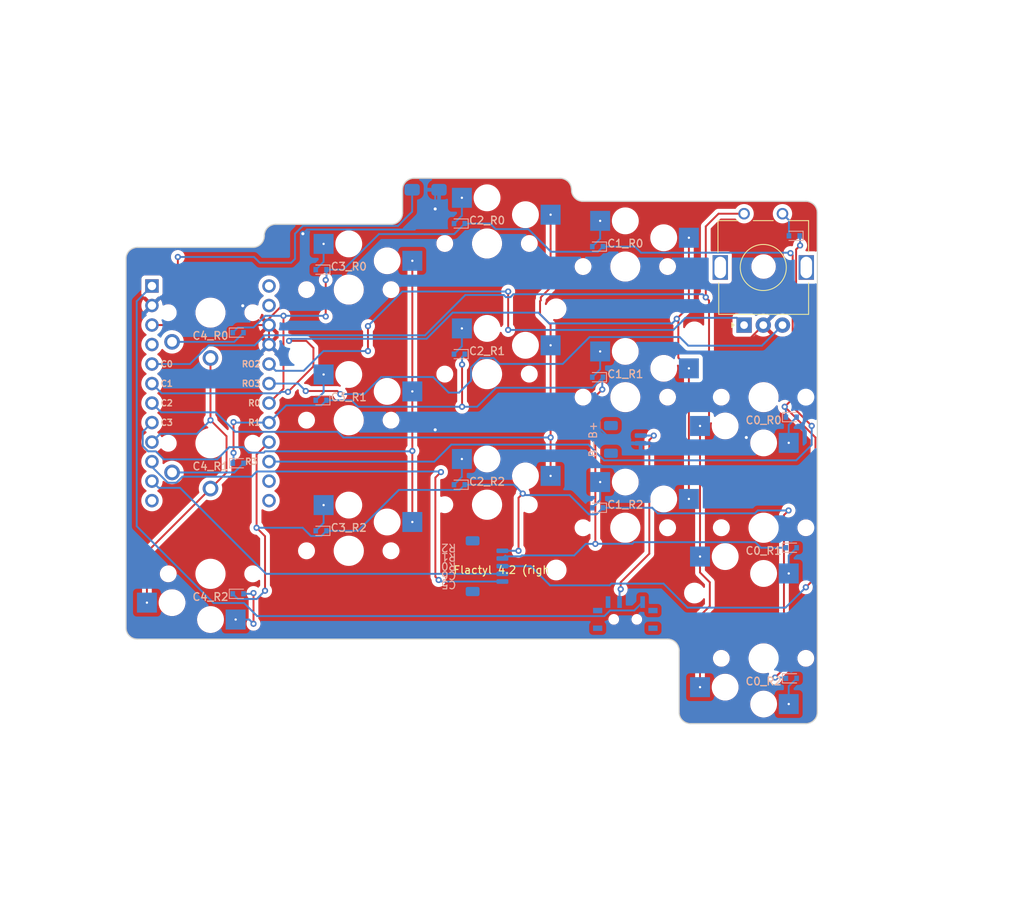
<source format=kicad_pcb>
(kicad_pcb (version 20221018) (generator pcbnew)
  (title_block (title "right") (rev "v1.0.0") (company "Unknown"))
  (layers (0 "F.Cu" signal) (31 "B.Cu" signal) (34 "B.Paste" user) (35 "F.Paste" user) (36 "B.SilkS" user "B.Silkscreen") (37 "F.SilkS" user "F.Silkscreen") (38 "B.Mask" user) (39 "F.Mask" user) (44 "Edge.Cuts" user))
  (net 0 "")
  (net 1 "C4")
  (net 2 "C4_R0D")
  (net 3 "R0")
  (net 4 "C4_R1D")
  (net 5 "R1")
  (net 6 "C0")
  (net 7 "C0R3D")
  (net 8 "P2")
  (net 9 "P3")
  (net 10 "GND")
  (net 11 "R3")
  (net 12 "RAW")
  (net 13 "BSLI")
  (net 14 "three")
  (net 15 "RST")
  (net 16 "VCC")
  (net 17 "C1")
  (net 18 "C2")
  (net 19 "C3")
  (net 20 "C5")
  (net 21 "C6")
  (net 22 "P10")
  (net 23 "P1")
  (net 24 "P0")
  (net 25 "R2")
  (net 26 "P8")
  (net 27 "P9")
  (net 28 "C0_R0D")
  (net 29 "C0_R1D")
  (net 30 "C0_R2D")
  (net 31 "C1_R0D")
  (net 32 "C1_R1D")
  (net 33 "C1_R2D")
  (net 34 "C2_R0D")
  (net 35 "C2_R1D")
  (net 36 "C2_R2D")
  (net 37 "C3_R0D")
  (net 38 "C3_R1D")
  (net 39 "C3_R2D")
  (net 40 "C4_R2D")
  (footprint "MountingHole_2.2mm_M2" (layer "F.Cu") (at 45 -34.5)
    (fp_text reference "H2" hide)
    (fp_text value "")
  )
  (footprint "MountingHole_2.2mm_M2" (layer "F.Cu") (at 11.5 -28.5)
    (fp_text reference "H1" hide)
    (fp_text value "")
  )
  (footprint "somelogo" (layer "F.Cu") (at 38.5 -0.5)
    (fp_text reference "T1" hide)
    (fp_text value "Flactyl 4.2 (right)")
  )
  (footprint "MountingHole_2.2mm_M2" (layer "F.Cu") (at 63 2.5)
    (fp_text reference "H5" hide)
    (fp_text value "")
  )
  (footprint "easyeda:SW-TH_MSK12C02-HB-1" (layer "F.Cu") (at 54 5.5 180)
    (fp_text reference "SS1" hide)
    (fp_text value "SW-TH_MSK12C02-HB-1" hide)
  )
  (footprint "MountingHole_2.2mm_M2" (layer "F.Cu") (at 63 -31.5)
    (fp_text reference "H4" hide)
    (fp_text value "")
  )
  (footprint "MountingHole_2.2mm_M2" (layer "F.Cu") (at 45 -0.5)
    (fp_text reference "H3" hide)
    (fp_text value "")
  )
  (footprint "rotary_encoder" (layer "F.Cu") (at 72 -40 90)
    (fp_text reference "ROT1" hide)
    (fp_text value "")
  )
  (footprint "Kailh_socket_PG1350_no_silk" (layer "B.Cu") (at 18 -3 180)
    (fp_text reference "S14" hide)
    (fp_text value "")
  )
  (footprint "JST_SH_SM05B-SRSS-TB_1x05-1MP_P1.00mm_Horizontal" (layer "B.Cu") (at 36 -1 90)
    (fp_text reference "JC1" hide)
    (fp_text value "")
  )
  (footprint "D_SOD-523" (layer "B.Cu") (at 50.4 -8.6 180)
    (fp_text reference "D9" hide)
    (fp_text value "D_SOD-523")
  )
  (footprint "D_SOD-523" (layer "B.Cu") (at 50.4 -25.6 180)
    (fp_text reference "D8" hide)
    (fp_text value "D_SOD-523")
  )
  (footprint "Kailh_socket_PG1350_no_silk" (layer "B.Cu") (at 54 -40 180)
    (fp_text reference "S6" hide)
    (fp_text value "")
  )
  (footprint "Kailh_socket_PG1350_no_silk" (layer "B.Cu") (at 72 -6)
    (fp_text reference "S4" hide)
    (fp_text value "")
  )
  (footprint "Kailh_socket_PG1350_no_silk" (layer "B.Cu") (at 54 -23 180)
    (fp_text reference "S7" hide)
    (fp_text value "")
  )
  (footprint "D_SOD-523" (layer "B.Cu") (at 75.6 -3.4)
    (fp_text reference "D5" hide)
    (fp_text value "D_SOD-523")
  )
  (footprint "D_SOD-523" (layer "B.Cu") (at 32.4 -11.6 180)
    (fp_text reference "D12" hide)
    (fp_text value "D_SOD-523")
  )
  (footprint "D_SOD-523" (layer "B.Cu") (at 75.6 13.6)
    (fp_text reference "D6" hide)
    (fp_text value "D_SOD-523")
  )
  (footprint "Kailh_socket_PG1350_no_silk" (layer "B.Cu") (at 18 -20 180)
    (fp_text reference "S13" hide)
    (fp_text value "")
  )
  (footprint "D_SOD-523" (layer "B.Cu") (at 75.6 -20.4)
    (fp_text reference "D4" hide)
    (fp_text value "D_SOD-523")
  )
  (footprint "Kailh_socket_PG1350_no_silk" (layer "B.Cu") (at 36 -43 180)
    (fp_text reference "S9" hide)
    (fp_text value "")
  )
  (footprint "Kailh_socket_PG1350_no_silk" (layer "B.Cu") (at 18 -37 180)
    (fp_text reference "S12" hide)
    (fp_text value "")
  )
  (footprint "D_SOD-523" (layer "B.Cu") (at 3.6 -31.4)
    (fp_text reference "D1" hide)
    (fp_text value "D_SOD-523")
  )
  (footprint "b3u-1000P" (layer "B.Cu") (at 28 -50 180)
    (fp_text reference "SB1" hide)
    (fp_text value "b3u-1000P")
  )
  (footprint "D_SOD-523" (layer "B.Cu") (at 3.6 2.6)
    (fp_text reference "D16" hide)
    (fp_text value "D_SOD-523")
  )
  (footprint "D_SOD-523" (layer "B.Cu") (at 32.4 -28.6 180)
    (fp_text reference "D11" hide)
    (fp_text value "D_SOD-523")
  )
  (footprint "D_SOD-523" (layer "B.Cu") (at 14.4 -22.6 180)
    (fp_text reference "D14" hide)
    (fp_text value "D_SOD-523")
  )
  (footprint "Kailh_socket_PG1350_no_silk" (layer "B.Cu") (at 0 0)
    (fp_text reference "S15" hide)
    (fp_text value "")
  )
  (footprint "Kailh_socket_PG1350_no_silk" (layer "B.Cu") (at 36 -26 180)
    (fp_text reference "S10" hide)
    (fp_text value "")
  )
  (footprint "D_SOD-523" (layer "B.Cu") (at 32.4 -45.6 180)
    (fp_text reference "D10" hide)
    (fp_text value "D_SOD-523")
  )
  (footprint "Kailh_socket_PG1350_no_silk" (layer "B.Cu") (at 72 -23)
    (fp_text reference "S3" hide)
    (fp_text value "")
  )
  (footprint "Kailh_socket_PG1350_no_silk" (layer "B.Cu") (at 0 -34)
    (fp_text reference "S1" hide)
    (fp_text value "")
  )
  (footprint "Kailh_socket_PG1350_no_silk" (layer "B.Cu") (at 36 -9 180)
    (fp_text reference "S11" hide)
    (fp_text value "")
  )
  (footprint "D_SOD-523" (layer "B.Cu") (at 3.6 -14.4)
    (fp_text reference "D2" hide)
    (fp_text value "D_SOD-523")
  )
  (footprint "Kailh_socket_PG1350_no_silk" (layer "B.Cu") (at 0 -17)
    (fp_text reference "S2" hide)
    (fp_text value "")
  )
  (footprint "Kailh_socket_PG1350_no_silk" (layer "B.Cu") (at 72 11)
    (fp_text reference "S5" hide)
    (fp_text value "")
  )
  (footprint "D_SOD-523" (layer "B.Cu") (at 14.4 -39.6 180)
    (fp_text reference "D13" hide)
    (fp_text value "D_SOD-523")
  )
  (footprint "D_SOD-523" (layer "B.Cu") (at 76 -44 180)
    (fp_text reference "D3" hide)
    (fp_text value "D_SOD-523")
  )
  (footprint "D_SOD-523" (layer "B.Cu") (at 14.4 -5.6 180)
    (fp_text reference "D15" hide)
    (fp_text value "D_SOD-523")
  )
  (footprint "Kailh_socket_PG1350_no_silk" (layer "B.Cu") (at 54 -6 180)
    (fp_text reference "S8" hide)
    (fp_text value "")
  )
  (footprint "JST_SH_SM02B-SRSS-TB_1x02-1MP_P1.00mm_Horizontal" (layer "B.Cu") (at 54 -17.5 90)
    (fp_text reference "JB1" hide)
    (fp_text value "JST_SH_SM02B-SRSS-TB_1x02-1MP_P1.00mm_Horizontal" hide)
  )
  (footprint "NiceNano" (layer "B.Cu") (at 0 -23.5 -90)
    (fp_text reference "MCU1" hide)
    (fp_text value "" hide)
  )
  (footprint "D_SOD-523" (layer "B.Cu") (at 50.4 -42.6 180)
    (fp_text reference "D7" hide)
    (fp_text value "D_SOD-523")
  )
  (gr_line (start 7 -44.01) (end 7 -43.99) (stroke (width 0.15)) (layer "Edge.Cuts"))
  (gr_line (start 5.51 -42.5) (end -9.51 -42.5) (stroke (width 0.15)) (layer "Edge.Cuts"))
  (gr_line (start 25 -50.01) (end 25 -46.99) (stroke (width 0.15)) (layer "Edge.Cuts"))
  (gr_arc (start 45.51 -51.5) (mid 46.563589 -51.063589) (end 47 -50.01) (stroke (width 0.15)) (layer "Edge.Cuts"))
  (gr_arc (start 25 -46.99) (mid 24.563589 -45.936411) (end 23.51 -45.5) (stroke (width 0.15)) (layer "Edge.Cuts"))
  (gr_arc (start 59.51 8.5) (mid 60.563589 8.936411) (end 61 9.99) (stroke (width 0.15)) (layer "Edge.Cuts"))
  (gr_arc (start 7 -44.01) (mid 7.436411 -45.063589) (end 8.49 -45.5) (stroke (width 0.15)) (layer "Edge.Cuts"))
  (gr_arc (start -9.51 8.5) (mid -10.563589 8.063589) (end -11 7.01) (stroke (width 0.15)) (layer "Edge.Cuts"))
  (gr_line (start 23.51 -45.5) (end 8.49 -45.5) (stroke (width 0.15)) (layer "Edge.Cuts"))
  (gr_arc (start 62.49 19.5) (mid 61.436411 19.063589) (end 61 18.01) (stroke (width 0.15)) (layer "Edge.Cuts"))
  (gr_line (start -9.51 8.5) (end 59.51 8.5) (stroke (width 0.15)) (layer "Edge.Cuts"))
  (gr_line (start 62.49 19.5) (end 77.51 19.5) (stroke (width 0.15)) (layer "Edge.Cuts"))
  (gr_arc (start 77.51 -48.5) (mid 78.563589 -48.063589) (end 79 -47.01) (stroke (width 0.15)) (layer "Edge.Cuts"))
  (gr_arc (start 7 -43.99) (mid 6.563589 -42.936411) (end 5.51 -42.5) (stroke (width 0.15)) (layer "Edge.Cuts"))
  (gr_arc (start 79 18.01) (mid 78.563589 19.063589) (end 77.51 19.5) (stroke (width 0.15)) (layer "Edge.Cuts"))
  (gr_arc (start 25 -50.01) (mid 25.436411 -51.063589) (end 26.49 -51.5) (stroke (width 0.15)) (layer "Edge.Cuts"))
  (gr_line (start 45.51 -51.5) (end 26.49 -51.5) (stroke (width 0.15)) (layer "Edge.Cuts"))
  (gr_line (start 48.49 -48.5) (end 77.51 -48.5) (stroke (width 0.15)) (layer "Edge.Cuts"))
  (gr_line (start -11 7.01) (end -11 -41.01) (stroke (width 0.15)) (layer "Edge.Cuts"))
  (gr_line (start 47 -49.99) (end 47 -50.01) (stroke (width 0.15)) (layer "Edge.Cuts"))
  (gr_line (start 61 9.99) (end 61 18.01) (stroke (width 0.15)) (layer "Edge.Cuts"))
  (gr_arc (start -11 -41.01) (mid -10.563589 -42.063589) (end -9.51 -42.5) (stroke (width 0.15)) (layer "Edge.Cuts"))
  (gr_arc (start 48.49 -48.5) (mid 47.436411 -48.936411) (end 47 -49.99) (stroke (width 0.15)) (layer "Edge.Cuts"))
  (gr_line (start 79 -47.01) (end 79 18.01) (stroke (width 0.15)) (layer "Edge.Cuts"))
  (segment (start -8.275 -2.825) (end -8.275 3.75) (width 0.25) (layer "F.Cu") (net 1))
  (segment (start 2.0895 -17.9105) (end 0 -20) (width 0.25) (layer "F.Cu") (net 1))
  (segment (start 0 -28.1) (end 0 -20) (width 0.25) (layer "F.Cu") (net 1))
  (segment (start 0 -11.1) (end -8.275 -2.825) (width 0.25) (layer "F.Cu") (net 1))
  (segment (start 0 -11.1) (end 2.0895 -13.1895) (width 0.25) (layer "F.Cu") (net 1))
  (segment (start 2.0895 -13.1895) (end 2.0895 -17.9105) (width 0.25) (layer "F.Cu") (net 1))
  (via (at 0 -20) (size 0.8) (drill 0.4) (layers "F.Cu" "B.Cu") (net 1))
  (segment (start 0 -20) (end -1.7741 -18.2259) (width 0.25) (layer "B.Cu") (net 1))
  (segment (start -1.7741 -18.2259) (end -6.5441 -18.2259) (width 0.25) (layer "B.Cu") (net 1))
  (segment (start -6.5441 -18.2259) (end -7.62 -17.15) (width 0.25) (layer "B.Cu") (net 1))
  (segment (start 3.1 -30.2) (end -5 -30.2) (width 0.25) (layer "B.Cu") (net 2))
  (segment (start 4.3 -31.4) (end 3.1 -30.2) (width 0.25) (layer "B.Cu") (net 2))
  (segment (start 15 -38.25) (end 15 -33.5) (width 0.25) (layer "F.Cu") (net 3))
  (segment (start 74.75 -21.75) (end 75.785 -22.785) (width 0.25) (layer "F.Cu") (net 3))
  (segment (start 9.5 -24.11) (end 9.5 -33.5913) (width 0.25) (layer "F.Cu") (net 3))
  (segment (start 75.785 -22.785) (end 75.785 -41.465) (width 0.25) (layer "F.Cu") (net 3))
  (segment (start 78.75 -17.75) (end 74.75 -21.75) (width 0.25) (layer "F.Cu") (net 3))
  (segment (start 75.785 -41.465) (end 75.5 -41.75) (width 0.25) (layer "F.Cu") (net 3))
  (segment (start 7.62 -22.23) (end 9.5 -24.11) (width 0.25) (layer "F.Cu") (net 3))
  (segment (start 77.5 1.75) (end 78.75 0.5) (width 0.25) (layer "F.Cu") (net 3))
  (segment (start 78.75 0.5) (end 78.75 -17.75) (width 0.25) (layer "F.Cu") (net 3))
  (via (at 75.5 -41.75) (size 0.8) (drill 0.4) (layers "F.Cu" "B.Cu") (net 3))
  (via (at 15 -38.25) (size 0.8) (drill 0.4) (layers "F.Cu" "B.Cu") (net 3))
  (via (at 15 -33.5) (size 0.8) (drill 0.4) (layers "F.Cu" "B.Cu") (net 3))
  (via (at 77.5 1.75) (size 0.8) (drill 0.4) (layers "F.Cu" "B.Cu") (net 3))
  (via (at 9.5 -33.5913) (size 0.8) (drill 0.4) (layers "F.Cu" "B.Cu") (net 3))
  (via (at 74.75 -21.75) (size 0.8) (drill 0.4) (layers "F.Cu" "B.Cu") (net 3))
  (segment (start 14.9087 -33.5913) (end 9.5 -33.5913) (width 0.25) (layer "B.Cu") (net 3))
  (segment (start 52.199695 1.275) (end 51.974695 1.5) (width 0.25) (layer "B.Cu") (net 3))
  (segment (start 3.575 -32.075) (end 2.9 -31.4) (width 0.25) (layer "B.Cu") (net 3))
  (segment (start 15.1 -39.6) (end 15.1 -38.35) (width 0.25) (layer "B.Cu") (net 3))
  (segment (start 62.1 4.4) (end 58.975 1.275) (width 0.25) (layer "B.Cu") (net 3))
  (segment (start 74.85 4.4) (end 62.1 4.4) (width 0.25) (layer "B.Cu") (net 3))
  (segment (start 58.975 1.275) (end 52.199695 1.275) (width 0.25) (layer "B.Cu") (net 3))
  (segment (start 33.1 -45.6) (end 31.7259 -44.2259) (width 0.25) (layer "B.Cu") (net 3))
  (segment (start 36.4 -45.6) (end 33.1 -45.6) (width 0.25) (layer "B.Cu") (net 3))
  (segment (start 44.325 -41.925) (end 41.375 -44.875) (width 0.25) (layer "B.Cu") (net 3))
  (segment (start 56.054999 -41.805) (end 55.259999 -42.6) (width 0.25) (layer "B.Cu") (net 3))
  (segment (start 15 -33.5) (end 14.9087 -33.5913) (width 0.25) (layer "B.Cu") (net 3))
  (segment (start 37.125 -44.875) (end 36.4 -45.6) (width 0.25) (layer "B.Cu") (net 3))
  (segment (start 77.5 1.75) (end 74.85 4.4) (width 0.25) (layer "B.Cu") (net 3))
  (segment (start 44.2 1.5) (end 41.7 -1) (width 0.25) (layer "B.Cu") (net 3))
  (segment (start 75.445 -41.805) (end 56.054999 -41.805) (width 0.25) (layer "B.Cu") (net 3))
  (segment (start 50.425 -41.925) (end 44.325 -41.925) (width 0.25) (layer "B.Cu") (net 3))
  (segment (start 17.30165 -39.6) (end 15.1 -39.6) (width 0.25) (layer "B.Cu") (net 3))
  (segment (start 7.122405 -33.5913) (end 5.606105 -32.075) (width 0.25) (layer "B.Cu") (net 3))
  (segment (start 21.92755 -44.2259) (end 17.30165 -39.6) (width 0.25) (layer "B.Cu") (net 3))
  (segment (start 55.259999 -42.6) (end 51.1 -42.6) (width 0.25) (layer "B.Cu") (net 3))
  (segment (start 41.7 -1) (end 38 -1) (width 0.25) (layer "B.Cu") (net 3))
  (segment (start 74.9 -20.4) (end 74.9 -21.6) (width 0.25) (layer "B.Cu") (net 3))
  (segment (start 51.974695 1.5) (end 44.2 1.5) (width 0.25) (layer "B.Cu") (net 3))
  (segment (start 41.375 -44.875) (end 37.125 -44.875) (width 0.25) (layer "B.Cu") (net 3))
  (segment (start 31.7259 -44.2259) (end 21.92755 -44.2259) (width 0.25) (layer "B.Cu") (net 3))
  (segment (start 5.606105 -32.075) (end 3.575 -32.075) (width 0.25) (layer "B.Cu") (net 3))
  (segment (start 74.9 -21.6) (end 74.75 -21.75) (width 0.25) (layer "B.Cu") (net 3))
  (segment (start 15.1 -38.35) (end 15 -38.25) (width 0.25) (layer "B.Cu") (net 3))
  (segment (start 75.5 -41.75) (end 75.445 -41.805) (width 0.25) (layer "B.Cu") (net 3))
  (segment (start 9.5 -33.5913) (end 7.122405 -33.5913) (width 0.25) (layer "B.Cu") (net 3))
  (segment (start 51.1 -42.6) (end 50.425 -41.925) (width 0.25) (layer "B.Cu") (net 3))
  (segment (start 4.3 -14.4) (end 3.1 -13.2) (width 0.25) (layer "B.Cu") (net 4))
  (segment (start 3.1 -13.2) (end -5 -13.2) (width 0.25) (layer "B.Cu") (net 4))
  (segment (start 32.75 -21.75) (end 32.75 -27.25) (width 0.25) (layer "F.Cu") (net 5))
  (segment (start 50.1 -3.9) (end 50.1 -23.1) (width 0.25) (layer "F.Cu") (net 5))
  (segment (start 3 -19.75) (end 3 -15.75) (width 0.25) (layer "F.Cu") (net 5))
  (segment (start 50.1 -23.1) (end 51 -24) (width 0.25) (layer "F.Cu") (net 5))
  (via (at 3 -15.75) (size 0.8) (drill 0.4) (layers "F.Cu" "B.Cu") (net 5))
  (via (at 32.75 -27.25) (size 0.8) (drill 0.4) (layers "F.Cu" "B.Cu") (net 5))
  (via (at 32.75 -21.75) (size 0.8) (drill 0.4) (layers "F.Cu" "B.Cu") (net 5))
  (via (at 3 -19.75) (size 0.8) (drill 0.4) (layers "F.Cu" "B.Cu") (net 5))
  (via (at 51 -24) (size 0.8) (drill 0.4) (layers "F.Cu" "B.Cu") (net 5))
  (via (at 50.1 -3.9) (size 0.8) (drill 0.4) (layers "F.Cu" "B.Cu") (net 5))
  (segment (start 3 -14.5) (end 2.9 -14.4) (width 0.25) (layer "B.Cu") (net 5))
  (segment (start 38.375 -2.375) (end 38 -2) (width 0.25) (layer "B.Cu") (net 5))
  (segment (start 71.645001 -3.4) (end 74.9 -3.4) (width 0.25) (layer "B.Cu") (net 5))
  (segment (start 9.855 -21.925) (end 7.62 -19.69) (width 0.25) (layer "B.Cu") (net 5))
  (segment (start 50.1105 -3.9105) (end 54.9105 -3.9105) (width 0.25) (layer "B.Cu") (net 5))
  (segment (start 50.1 -3.9) (end 48.85 -3.9) (width 0.25) (layer "B.Cu") (net 5))
  (segment (start 3 -15.75) (end 3 -14.5) (width 0.25) (layer "B.Cu") (net 5))
  (segment (start 70.920001 -4.125) (end 71.645001 -3.4) (width 0.25) (layer "B.Cu") (net 5))
  (segment (start 51 -25.5) (end 51.1 -25.6) (width 0.25) (layer "B.Cu") (net 5))
  (segment (start 32.75 -21.75) (end 19.204999 -21.75) (width 0.25) (layer "B.Cu") (net 5))
  (segment (start 3.06 -19.69) (end 3 -19.75) (width 0.25) (layer "B.Cu") (net 5))
  (segment (start 50.1 -3.9) (end 50.1105 -3.9105) (width 0.25) (layer "B.Cu") (net 5))
  (segment (start 15.1 -22.6) (end 14.425 -21.925) (width 0.25) (layer "B.Cu") (net 5))
  (segment (start 47.35 -2.4) (end 40.525305 -2.4) (width 0.25) (layer "B.Cu") (net 5))
  (segment (start 19.204999 -21.75) (end 18.354999 -22.6) (width 0.25) (layer "B.Cu") (net 5))
  (segment (start 7.62 -19.69) (end 3.06 -19.69) (width 0.25) (layer "B.Cu") (net 5))
  (segment (start 37.180899 -24.2259) (end 34.704999 -21.75) (width 0.25) (layer "B.Cu") (net 5))
  (segment (start 40.525305 -2.4) (end 40.400305 -2.275) (width 0.25) (layer "B.Cu") (net 5))
  (segment (start 49.7259 -24.2259) (end 37.180899 -24.2259) (width 0.25) (layer "B.Cu") (net 5))
  (segment (start 51 -24) (end 51 -25.5) (width 0.25) (layer "B.Cu") (net 5))
  (segment (start 32.75 -27.25) (end 32.75 -28.25) (width 0.25) (layer "B.Cu") (net 5))
  (segment (start 55.125 -4.125) (end 70.920001 -4.125) (width 0.25) (layer "B.Cu") (net 5))
  (segment (start 32.75 -28.25) (end 33.1 -28.6) (width 0.25) (layer "B.Cu") (net 5))
  (segment (start 40.400305 -2.275) (end 38.475 -2.275) (width 0.25) (layer "B.Cu") (net 5))
  (segment (start 38.475 -2.275) (end 38.375 -2.375) (width 0.25) (layer "B.Cu") (net 5))
  (segment (start 18.354999 -22.6) (end 15.1 -22.6) (width 0.25) (layer "B.Cu") (net 5))
  (segment (start 34.704999 -21.75) (end 32.75 -21.75) (width 0.25) (layer "B.Cu") (net 5))
  (segment (start 54.9105 -3.9105) (end 55.125 -4.125) (width 0.25) (layer "B.Cu") (net 5))
  (segment (start 14.425 -21.925) (end 9.855 -21.925) (width 0.25) (layer "B.Cu") (net 5))
  (segment (start 51.1 -25.6) (end 49.7259 -24.2259) (width 0.25) (layer "B.Cu") (net 5))
  (segment (start 48.85 -3.9) (end 47.35 -2.4) (width 0.25) (layer "B.Cu") (net 5))
  (segment (start 64.9 -35.575) (end 64.9 -20.425) (width 0.25) (layer "F.Cu") (net 6))
  (segment (start 65 1.1) (end 65 4.2) (width 0.25) (layer "F.Cu") (net 6))
  (segment (start 64.9 -20.425) (end 63.725 -19.25) (width 0.25) (layer "F.Cu") (net 6))
  (segment (start 63.725 -2.25) (end 63.725 -0.175) (width 0.25) (layer "F.Cu") (net 6))
  (segment (start 64.475 -45.225) (end 64.475 -36) (width 0.25) (layer "F.Cu") (net 6))
  (segment (start 65 4.2) (end 63.725 5.475) (width 0.25) (layer "F.Cu") (net 6))
  (segment (start 64.475 -36) (end 64.9 -35.575) (width 0.25) (layer "F.Cu") (net 6))
  (segment (start 66.13 -46.88) (end 64.475 -45.225) (width 0.25) (layer "F.Cu") (net 6))
  (segment (start 63.725 -0.175) (end 65 1.1) (width 0.25) (layer "F.Cu") (net 6))
  (segment (start 63.725 5.475) (end 63.725 14.75) (width 0.25) (layer "F.Cu") (net 6))
  (segment (start 69.46 -46.88) (end 66.13 -46.88) (width 0.25) (layer "F.Cu") (net 6))
  (segment (start 63.725 -19.25) (end 63.725 -2.25) (width 0.25) (layer "F.Cu") (net 6))
  (via (at 64.475 -36) (size 0.8) (drill 0.4) (layers "F.Cu" "B.Cu") (net 6))
  (segment (start 38.449695 -36.025) (end 39.050305 -36.025) (width 0.25) (layer "B.Cu") (net 6))
  (segment (start 38.174695 -36.3) (end 38.449695 -36.025) (width 0.25) (layer "B.Cu") (net 6))
  (segment (start -2.686461 -27.31) (end -0.246461 -29.75) (width 0.25) (layer "B.Cu") (net 6))
  (segment (start 39.425305 -36.4) (end 64.075 -36.4) (width 0.25) (layer "B.Cu") (net 6))
  (segment (start 5.75 -29.75) (end 7.0513 -31.0513) (width 0.25) (layer "B.Cu") (net 6))
  (segment (start -0.246461 -29.75) (end 5.75 -29.75) (width 0.25) (layer "B.Cu") (net 6))
  (segment (start 64.075 -36.4) (end 64.475 -36) (width 0.25) (layer "B.Cu") (net 6))
  (segment (start 39.050305 -36.025) (end 39.425305 -36.4) (width 0.25) (layer "B.Cu") (net 6))
  (segment (start 33.172095 -36.3) (end 38.174695 -36.3) (width 0.25) (layer "B.Cu") (net 6))
  (segment (start -7.62 -27.31) (end -2.686461 -27.31) (width 0.25) (layer "B.Cu") (net 6))
  (segment (start 7.0513 -31.0513) (end 27.923395 -31.0513) (width 0.25) (layer "B.Cu") (net 6))
  (segment (start 27.923395 -31.0513) (end 33.172095 -36.3) (width 0.25) (layer "B.Cu") (net 6))
  (segment (start 75.3 -46.04) (end 74.46 -46.88) (width 0.25) (layer "B.Cu") (net 7))
  (segment (start 75.3 -44) (end 75.3 -46.04) (width 0.25) (layer "B.Cu") (net 7))
  (segment (start 38.75 -31.75) (end 38.75 -36.75) (width 0.25) (layer "F.Cu") (net 8))
  (segment (start 20.5 -32.25) (end 20.5 -29) (width 0.25) (layer "F.Cu") (net 8))
  (via (at 20.5 -32.25) (size 0.8) (drill 0.4) (layers "F.Cu" "B.Cu") (net 8))
  (via (at 38.75 -31.75) (size 0.8) (drill 0.4) (layers "F.Cu" "B.Cu") (net 8))
  (via (at 38.75 -36.75) (size 0.8) (drill 0.4) (layers "F.Cu" "B.Cu") (net 8))
  (via (at 20.5 -29) (size 0.8) (drill 0.4) (layers "F.Cu" "B.Cu") (net 8))
  (segment (start 60.25 -31.75) (end 38.75 -31.75) (width 0.25) (layer "B.Cu") (net 8))
  (segment (start 14.7 -29) (end 20.5 -29) (width 0.25) (layer "B.Cu") (net 8))
  (segment (start 60.975 -32.475) (end 60.25 -31.75) (width 0.25) (layer "B.Cu") (net 8))
  (segment (start 12.1337 -26.4337) (end 14.7 -29) (width 0.25) (layer "B.Cu") (net 8))
  (segment (start 61.425 -32.925) (end 61.425 -32.899695) (width 0.25) (layer "B.Cu") (net 8))
  (segment (start 68.515 -33.325) (end 61.825 -33.325) (width 0.25) (layer "B.Cu") (net 8))
  (segment (start 61.000305 -32.475) (end 60.975 -32.475) (width 0.25) (layer "B.Cu") (net 8))
  (segment (start 24.983684 -36.75) (end 20.5 -32.266316) (width 0.25) (layer "B.Cu") (net 8))
  (segment (start 7.62 -27.31) (end 8.4963 -26.4337) (width 0.25) (layer "B.Cu") (net 8))
  (segment (start 61.825 -33.325) (end 61.425 -32.925) (width 0.25) (layer "B.Cu") (net 8))
  (segment (start 8.4963 -26.4337) (end 12.1337 -26.4337) (width 0.25) (layer "B.Cu") (net 8))
  (segment (start 61.425 -32.899695) (end 61.000305 -32.475) (width 0.25) (layer "B.Cu") (net 8))
  (segment (start 69.46 -32.38) (end 68.515 -33.325) (width 0.25) (layer "B.Cu") (net 8))
  (segment (start 38.75 -36.75) (end 24.983684 -36.75) (width 0.25) (layer "B.Cu") (net 8))
  (segment (start 16.5 -23.8) (end 16.9 -23.4) (width 0.25) (layer "F.Cu") (net 9))
  (segment (start 12.4 -23.8) (end 16.5 -23.8) (width 0.25) (layer "F.Cu") (net 9))
  (via (at 16.9 -23.4) (size 0.8) (drill 0.4) (layers "F.Cu" "B.Cu") (net 9))
  (via (at 12.4 -23.8) (size 0.8) (drill 0.4) (layers "F.Cu" "B.Cu") (net 9))
  (segment (start 36.865499 -28.0895) (end 37.629999 -27.325) (width 0.25) (layer "B.Cu") (net 9))
  (segment (start 37.629999 -27.325) (end 45.85 -27.325) (width 0.25) (layer "B.Cu") (net 9))
  (segment (start 32.366698 -23.590699) (end 33.9105 -25.134501) (width 0.25) (layer "B.Cu") (net 9))
  (segment (start 62.2 -29.7) (end 71.78 -29.7) (width 0.25) (layer "B.Cu") (net 9))
  (segment (start 7.62 -24.77) (end 11.43 -24.77) (width 0.25) (layer "B.Cu") (net 9))
  (segment (start 22.22335 -25.625) (end 28.975 -25.625) (width 0.25) (layer "B.Cu") (net 9))
  (segment (start 61.075 -30.825) (end 62.2 -29.7) (width 0.25) (layer "B.Cu") (net 9))
  (segment (start 35.134501 -28.0895) (end 36.865499 -28.0895) (width 0.25) (layer "B.Cu") (net 9))
  (segment (start 33.9105 -26.865499) (end 35.134501 -28.0895) (width 0.25) (layer "B.Cu") (net 9))
  (segment (start 45.85 -27.325) (end 49.35 -30.825) (width 0.25) (layer "B.Cu") (net 9))
  (segment (start 33.9105 -25.134501) (end 33.9105 -26.865499) (width 0.25) (layer "B.Cu") (net 9))
  (segment (start 28.975 -25.625) (end 31.009301 -23.590699) (width 0.25) (layer "B.Cu") (net 9))
  (segment (start 71.78 -29.7) (end 74.46 -32.38) (width 0.25) (layer "B.Cu") (net 9))
  (segment (start 19.99835 -23.4) (end 22.22335 -25.625) (width 0.25) (layer "B.Cu") (net 9))
  (segment (start 16.9 -23.4) (end 19.99835 -23.4) (width 0.25) (layer "B.Cu") (net 9))
  (segment (start 49.35 -30.825) (end 61.075 -30.825) (width 0.25) (layer "B.Cu") (net 9))
  (segment (start 11.43 -24.77) (end 12.4 -23.8) (width 0.25) (layer "B.Cu") (net 9))
  (segment (start 31.009301 -23.590699) (end 32.366698 -23.590699) (width 0.25) (layer "B.Cu") (net 9))
  (segment (start 69.75 -17.75) (end 69.75 -30.17) (width 0.25) (layer "F.Cu") (net 10))
  (segment (start 7.62 -32.39) (end 5.376316 -32.39) (width 0.25) (layer "F.Cu") (net 10))
  (segment (start 7.62 -32.39) (end 7.62 -29.85) (width 0.25) (layer "F.Cu") (net 10))
  (segment (start 29.25 -18.75) (end 29.25 -47.5) (width 0.25) (layer "F.Cu") (net 10))
  (segment (start 12.025 -44.275) (end 11.25 -43.5) (width 0.25) (layer "F.Cu") (net 10))
  (segment (start 4.2 -33.566316) (end 4.2 -34.9) (width 0.25) (layer "F.Cu") (net 10))
  (segment (start 11.25 -36.861105) (end 7.62 -33.231105) (width 0.25) (layer "F.Cu") (net 10))
  (segment (start 69.75 -30.17) (end 71.96 -32.38) (width 0.25) (layer "F.Cu") (net 10))
  (segment (start 7.62 -33.231105) (end 7.62 -32.39) (width 0.25) (layer "F.Cu") (net 10))
  (segment (start 11.25 -43.5) (end 11.25 -36.861105) (width 0.25) (layer "F.Cu") (net 10))
  (segment (start 5.376316 -32.39) (end 4.2 -33.566316) (width 0.25) (layer "F.Cu") (net 10))
  (via (at 12.025 -44.275) (size 0.8) (drill 0.4) (layers "F.Cu" "B.Cu") (net 10))
  (via (at 69.75 -17.75) (size 0.8) (drill 0.4) (layers "F.Cu" "B.Cu") (net 10))
  (via (at 29.25 -47.5) (size 0.8) (drill 0.4) (layers "F.Cu" "B.Cu") (net 10))
  (via (at 29.25 -18.75) (size 0.8) (drill 0.4) (layers "F.Cu" "B.Cu") (net 10))
  (via (at 4.2 -34.9) (size 0.8) (drill 0.4) (layers "F.Cu" "B.Cu") (net 10))
  (segment (start 29.25 -47.5) (end 29.25 -49.5) (width 0.25) (layer "B.Cu") (net 10))
  (segment (start 3.0105 -36.0895) (end -6.4605 -36.0895) (width 0.25) (layer "B.Cu") (net 10))
  (segment (start 12.575 -44.825) (end 26.575 -44.825) (width 0.25) (layer "B.Cu") (net 10))
  (segment (start -6.4605 -36.0895) (end -7.62 -34.93) (width 0.25) (layer "B.Cu") (net 10))
  (segment (start 62.35 -17.375) (end 69.375 -17.375) (width 0.25) (layer "B.Cu") (net 10))
  (segment (start 12.025 -44.275) (end 12.575 -44.825) (width 0.25) (layer "B.Cu") (net 10))
  (segment (start 52.611827 -17) (end 56 -17) (width 0.25) (layer "B.Cu") (net 10))
  (segment (start 29.25 -49.5) (end 29.75 -50) (width 0.25) (layer "B.Cu") (net 10))
  (segment (start 56 -17) (end 61.975 -17) (width 0.25) (layer "B.Cu") (net 10))
  (segment (start 29.25 -18.75) (end 50.861827 -18.75) (width 0.25) (layer "B.Cu") (net 10))
  (segment (start 69.375 -17.375) (end 69.75 -17.75) (width 0.25) (layer "B.Cu") (net 10))
  (segment (start 61.975 -17) (end 62.35 -17.375) (width 0.25) (layer "B.Cu") (net 10))
  (segment (start 26.575 -44.825) (end 29.25 -47.5) (width 0.25) (layer "B.Cu") (net 10))
  (segment (start 50.861827 -18.75) (end 52.611827 -17) (width 0.25) (layer "B.Cu") (net 10))
  (segment (start 4.2 -34.9) (end 3.0105 -36.0895) (width 0.25) (layer "B.Cu") (net 10))
  (segment (start 76.235 -42.235) (end 76.75 -42.75) (width 0.25) (layer "F.Cu") (net 11))
  (segment (start 78.262299 -19.262299) (end 76.235 -21.289598) (width 0.25) (layer "F.Cu") (net 11))
  (segment (start 76.235 -21.289598) (end 76.235 -42.235) (width 0.25) (layer "F.Cu") (net 11))
  (via (at 76.75 -42.75) (size 0.8) (drill 0.4) (layers "F.Cu" "B.Cu") (net 11))
  (via (at 78.262299 -19.262299) (size 0.8) (drill 0.4) (layers "F.Cu" "B.Cu") (net 11))
  (segment (start 76.25 -14.775) (end 78.262299 -16.787299) (width 0.25) (layer "B.Cu") (net 11))
  (segment (start 76.75 -43.95) (end 76.7 -44) (width 0.25) (layer "B.Cu") (net 11))
  (segment (start 51.236827 -14.775) (end 76.25 -14.775) (width 0.25) (layer "B.Cu") (net 11))
  (segment (start 7.62 -14.61) (end 29.135 -14.61) (width 0.25) (layer "B.Cu") (net 11))
  (segment (start 31.35 -16.825) (end 49.186827 -16.825) (width 0.25) (layer "B.Cu") (net 11))
  (segment (start 78.262299 -16.787299) (end 78.262299 -19.262299) (width 0.25) (layer "B.Cu") (net 11))
  (segment (start 76.75 -42.75) (end 76.75 -43.95) (width 0.25) (layer "B.Cu") (net 11))
  (segment (start 49.186827 -16.825) (end 51.236827 -14.775) (width 0.25) (layer "B.Cu") (net 11))
  (segment (start 29.135 -14.61) (end 31.35 -16.825) (width 0.25) (layer "B.Cu") (net 11))
  (segment (start -9.6 -6.2) (end -9.6 -35.49) (width 0.25) (layer "B.Cu") (net 12))
  (segment (start 51.28 5.5) (end 6.075 5.5) (width 0.25) (layer "B.Cu") (net 12))
  (segment (start 52.013 4.767) (end 51.28 5.5) (width 0.25) (layer "B.Cu") (net 12))
  (segment (start 56.25 3.68) (end 55.163 4.767) (width 0.25) (layer "B.Cu") (net 12))
  (segment (start 55.163 4.767) (end 52.013 4.767) (width 0.25) (layer "B.Cu") (net 12))
  (segment (start 6.075 5.5) (end 4.375 3.8) (width 0.25) (layer "B.Cu") (net 12))
  (segment (start 0.4 3.8) (end -9.6 -6.2) (width 0.25) (layer "B.Cu") (net 12))
  (segment (start -9.6 -35.49) (end -7.62 -37.47) (width 0.25) (layer "B.Cu") (net 12))
  (segment (start 4.375 3.8) (end 0.4 3.8) (width 0.25) (layer "B.Cu") (net 12))
  (segment (start 53.4 1.1) (end 57.125 -2.625) (width 0.25) (layer "F.Cu") (net 13))
  (segment (start 53.4 1.9995) (end 53.4 1.1) (width 0.25) (layer "F.Cu") (net 13))
  (segment (start 57.125 -2.625) (end 57.125 -17.425) (width 0.25) (layer "F.Cu") (net 13))
  (segment (start 57.125 -17.425) (end 57.7 -18) (width 0.25) (layer "F.Cu") (net 13))
  (via (at 57.7 -18) (size 0.8) (drill 0.4) (layers "F.Cu" "B.Cu") (net 13))
  (via (at 53.4 1.9995) (size 0.8) (drill 0.4) (layers "F.Cu" "B.Cu") (net 13))
  (segment (start 53.25 2.1495) (end 53.25 3.425) (width 0.25) (layer "B.Cu") (net 13))
  (segment (start 56 -18) (end 57.7 -18) (width 0.25) (layer "B.Cu") (net 13))
  (segment (start 53.4 1.9995) (end 53.25 2.1495) (width 0.25) (layer "B.Cu") (net 13))
  (segment (start -5.376316 -32.39) (end -7.62 -32.39) (width 0.25) (layer "F.Cu") (net 15))
  (segment (start -4.25 -41.25) (end -4.25 -33.516316) (width 0.25) (layer "F.Cu") (net 15))
  (segment (start -4.25 -33.516316) (end -5.376316 -32.39) (width 0.25) (layer "F.Cu") (net 15))
  (via (at -4.25 -41.25) (size 0.8) (drill 0.4) (layers "F.Cu" "B.Cu") (net 15))
  (segment (start 11 -41) (end 11 -44.275305) (width 0.25) (layer "B.Cu") (net 15))
  (segment (start 6.414035 -40.5) (end 10.5 -40.5) (width 0.25) (layer "B.Cu") (net 15))
  (segment (start -4.25 -41.25) (end 5.664035 -41.25) (width 0.25) (layer "B.Cu") (net 15))
  (segment (start 10.5 -40.5) (end 11 -41) (width 0.25) (layer "B.Cu") (net 15))
  (segment (start 12.024695 -45.3) (end 24.4 -45.3) (width 0.25) (layer "B.Cu") (net 15))
  (segment (start 24.4 -45.3) (end 26.25 -47.15) (width 0.25) (layer "B.Cu") (net 15))
  (segment (start 11 -44.275305) (end 12.024695 -45.3) (width 0.25) (layer "B.Cu") (net 15))
  (segment (start 5.664035 -41.25) (end 6.414035 -40.5) (width 0.25) (layer "B.Cu") (net 15))
  (segment (start 26.25 -47.15) (end 26.25 -50) (width 0.25) (layer "B.Cu") (net 15))
  (segment (start 60.9 -28.125) (end 62.275 -26.75) (width 0.25) (layer "F.Cu") (net 17))
  (segment (start 62.275 -34.775) (end 62.275 -43.75) (width 0.25) (layer "F.Cu") (net 17))
  (segment (start 60.7 -33.2) (end 62.275 -34.775) (width 0.25) (layer "F.Cu") (net 17))
  (segment (start 60.9 -33) (end 60.9 -28.125) (width 0.25) (layer "F.Cu") (net 17))
  (segment (start 62.275 -9.75) (end 62.275 -26.75) (width 0.25) (layer "F.Cu") (net 17))
  (segment (start 13.4 -29.4) (end 12.4732 -30.3268) (width 0.25) (layer "F.Cu") (net 17))
  (segment (start 10.087957 -23.686671) (end 13.4 -26.998714) (width 0.25) (layer "F.Cu") (net 17))
  (segment (start 60.7 -33.2) (end 60.9 -33) (width 0.25) (layer "F.Cu") (net 17))
  (segment (start 12.4732 -30.3268) (end 10.2245 -30.3268) (width 0.25) (layer "F.Cu") (net 17))
  (segment (start 13.4 -26.998714) (end 13.4 -29.4) (width 0.25) (layer "F.Cu") (net 17))
  (via (at 10.087957 -23.686671) (size 0.8) (drill 0.4) (layers "F.Cu" "B.Cu") (net 17))
  (via (at 60.7 -33.2) (size 0.8) (drill 0.4) (layers "F.Cu" "B.Cu") (net 17))
  (via (at 10.2245 -30.3268) (size 0.8) (drill 0.4) (layers "F.Cu" "B.Cu") (net 17))
  (segment (start -7.62 -24.77) (end -6.35 -23.5) (width 0.25) (layer "B.Cu") (net 17))
  (segment (start 9.211671 -23.686671) (end 10.087957 -23.686671) (width 0.25) (layer "B.Cu") (net 17))
  (segment (start 42.7 -34) (end 31.525 -34) (width 0.25) (layer "B.Cu") (net 17))
  (segment (start 60.1 -32.6) (end 44.1 -32.6) (width 0.25) (layer "B.Cu") (net 17))
  (segment (start 44.1 -32.6) (end 42.7 -34) (width 0.25) (layer "B.Cu") (net 17))
  (segment (start 28.1263 -30.6013) (end 10.499 -30.6013) (width 0.25) (layer "B.Cu") (net 17))
  (segment (start 9.025 -23.5) (end 9.211671 -23.686671) (width 0.25) (layer "B.Cu") (net 17))
  (segment (start 60.7 -33.2) (end 60.1 -32.6) (width 0.25) (layer "B.Cu") (net 17))
  (segment (start 10.499 -30.6013) (end 10.2245 -30.3268) (width 0.25) (layer "B.Cu") (net 17))
  (segment (start 31.525 -34) (end 28.1263 -30.6013) (width 0.25) (layer "B.Cu") (net 17))
  (segment (start -6.35 -23.5) (end 9.025 -23.5) (width 0.25) (layer "B.Cu") (net 17))
  (segment (start 44.275 -12.75) (end 44.275 -17.75) (width 0.25) (layer "F.Cu") (net 18))
  (segment (start 44.275 -17.75) (end 44.275 -29.75) (width 0.25) (layer "F.Cu") (net 18))
  (segment (start 43 -35.6) (end 43 -36) (width 0.25) (layer "F.Cu") (net 18))
  (segment (start 44.275 -32.425) (end 42.9 -33.8) (width 0.25) (layer "F.Cu") (net 18))
  (segment (start 44.275 -29.75) (end 44.275 -32.425) (width 0.25) (layer "F.Cu") (net 18))
  (segment (start 44.275 -37.275) (end 44.275 -46.75) (width 0.25) (layer "F.Cu") (net 18))
  (segment (start 42.9 -33.8) (end 42.9 -35.5) (width 0.25) (layer "F.Cu") (net 18))
  (segment (start 43 -36) (end 44.275 -37.275) (width 0.25) (layer "F.Cu") (net 18))
  (segment (start 42.9 -35.5) (end 43 -35.6) (width 0.25) (layer "F.Cu") (net 18))
  (via (at 44.275 -17.75) (size 0.8) (drill 0.4) (layers "F.Cu" "B.Cu") (net 18))
  (segment (start 17.295001 -17.75) (end 44.275 -17.75) (width 0.25) (layer "B.Cu") (net 18))
  (segment (start -6.4187 -21.0287) (end 0.695995 -21.0287) (width 0.25) (layer "B.Cu") (net 18))
  (segment (start 16.556301 -18.4887) (end 17.295001 -17.75) (width 0.25) (layer "B.Cu") (net 18))
  (segment (start -7.62 -22.23) (end -6.4187 -21.0287) (width 0.25) (layer "B.Cu") (net 18))
  (segment (start 3.235995 -18.4887) (end 16.556301 -18.4887) (width 0.25) (layer "B.Cu") (net 18))
  (segment (start 0.695995 -21.0287) (end 3.235995 -18.4887) (width 0.25) (layer "B.Cu") (net 18))
  (segment (start 26.275 -16) (end 26.275 -6.75) (width 0.25) (layer "F.Cu") (net 19))
  (segment (start 26.275 -40.75) (end 26.275 -23.75) (width 0.25) (layer "F.Cu") (net 19))
  (segment (start 26.275 -23.75) (end 26.275 -16) (width 0.25) (layer "F.Cu") (net 19))
  (via (at 26.275 -16) (size 0.8) (drill 0.4) (layers "F.Cu" "B.Cu") (net 19))
  (segment (start 4.2741 -16.492216) (end 4.992216 -15.7741) (width 0.25) (layer "B.Cu") (net 19))
  (segment (start 6.947805 -15.7741) (end 7.122405 -15.9487) (width 0.25) (layer "B.Cu") (net 19))
  (segment (start 26.2237 -15.9487) (end 26.275 -16) (width 0.25) (layer "B.Cu") (net 19))
  (segment (start -8.8213 -16.652405) (end -8.117595 -15.9487) (width 0.25) (layer "B.Cu") (net 19))
  (segment (start -7.122405 -15.9487) (end -6.084205 -14.9105) (width 0.25) (layer "B.Cu") (net 19))
  (segment (start 4.992216 -15.7741) (end 6.947805 -15.7741) (width 0.25) (layer "B.Cu") (net 19))
  (segment (start 2.447215 -16.492216) (end 4.2741 -16.492216) (width 0.25) (layer "B.Cu") (net 19))
  (segment (start -8.117595 -15.9487) (end -7.122405 -15.9487) (width 0.25) (layer "B.Cu") (net 19))
  (segment (start 7.122405 -15.9487) (end 26.2237 -15.9487) (width 0.25) (layer "B.Cu") (net 19))
  (segment (start -7.62 -19.69) (end -8.8213 -18.4887) (width 0.25) (layer "B.Cu") (net 19))
  (segment (start 0.865499 -14.9105) (end 2.447215 -16.492216) (width 0.25) (layer "B.Cu") (net 19))
  (segment (start -8.8213 -18.4887) (end -8.8213 -16.652405) (width 0.25) (layer "B.Cu") (net 19))
  (segment (start -6.084205 -14.9105) (end 0.865499 -14.9105) (width 0.25) (layer "B.Cu") (net 19))
  (segment (start 29.2741 0.3741) (end 29.2741 -12.5241) (width 0.25) (layer "F.Cu") (net 20))
  (segment (start 29.2741 -12.5241) (end 30 -13.25) (width 0.25) (layer "F.Cu") (net 20))
  (segment (start 29.7 0.8) (end 29.2741 0.3741) (width 0.25) (layer "F.Cu") (net 20))
  (via (at 29.7 0.8) (size 0.8) (drill 0.4) (layers "F.Cu" "B.Cu") (net 20))
  (via (at 30 -13.25) (size 0.8) (drill 0.4) (layers "F.Cu" "B.Cu") (net 20))
  (segment (start -7.62 -13.923539) (end -5.555461 -11.859) (width 0.25) (layer "B.Cu") (net 20))
  (segment (start -7.62 -14.61) (end -7.62 -13.923539) (width 0.25) (layer "B.Cu") (net 20))
  (segment (start 5.346566 -12.644539) (end 6.027027 -13.325) (width 0.25) (layer "B.Cu") (net 20))
  (segment (start -5.555461 -11.859) (end -4.444539 -11.859) (width 0.25) (layer "B.Cu") (net 20))
  (segment (start -4.444539 -11.859) (end -3.659 -12.644539) (width 0.25) (layer "B.Cu") (net 20))
  (segment (start 29.9 1) (end 29.7 0.8) (width 0.25) (layer "B.Cu") (net 20))
  (segment (start 38 1) (end 29.9 1) (width 0.25) (layer "B.Cu") (net 20))
  (segment (start -3.659 -12.644539) (end 5.346566 -12.644539) (width 0.25) (layer "B.Cu") (net 20))
  (segment (start 29.925 -13.325) (end 30 -13.25) (width 0.25) (layer "B.Cu") (net 20))
  (segment (start 6.027027 -13.325) (end 29.925 -13.325) (width 0.25) (layer "B.Cu") (net 20))
  (segment (start 38 0) (end 7.233684 0) (width 0.25) (layer "B.Cu") (net 21))
  (segment (start -3.960016 -11.1937) (end -6.7437 -11.1937) (width 0.25) (layer "B.Cu") (net 21))
  (segment (start 7.233684 0) (end -3.960016 -11.1937) (width 0.25) (layer "B.Cu") (net 21))
  (segment (start -6.7437 -11.1937) (end -7.62 -12.07) (width 0.25) (layer "B.Cu") (net 21))
  (segment (start 6 -6) (end 7.1 -4.9) (width 0.25) (layer "F.Cu") (net 25))
  (segment (start 6 -6) (end 6 -15.53) (width 0.25) (layer "F.Cu") (net 25))
  (segment (start 74.65 -7.65) (end 74.65 12.35) (width 0.25) (layer "F.Cu") (net 25))
  (segment (start 75.25 -8.25) (end 74.65 -7.65) (width 0.25) (layer "F.Cu") (net 25))
  (segment (start 40.1 -9.9) (end 40.649175 -10.449175) (width 0.25) (layer "F.Cu") (net 25))
  (segment (start 7.1 -4.9) (end 7.1 2.2) (width 0.25) (layer "F.Cu") (net 25))
  (segment (start 74.65 12.35) (end 73.5 13.5) (width 0.25) (layer "F.Cu") (net 25))
  (segment (start 6 -15.53) (end 7.62 -17.15) (width 0.25) (layer "F.Cu") (net 25))
  (segment (start 40.1 -3) (end 40.1 -9.9) (width 0.25) (layer "F.Cu") (net 25))
  (via (at 75.25 -8.25) (size 0.8) (drill 0.4) (layers "F.Cu" "B.Cu") (net 25))
  (via (at 40.649175 -10.449175) (size 0.8) (drill 0.4) (layers "F.Cu" "B.Cu") (net 25))
  (via (at 7.1 2.2) (size 0.8) (drill 0.4) (layers "F.Cu" "B.Cu") (net 25))
  (via (at 6 -6) (size 0.8) (drill 0.4) (layers "F.Cu" "B.Cu") (net 25))
  (via (at 73.5 13.5) (size 0.8) (drill 0.4) (layers "F.Cu" "B.Cu") (net 25))
  (via (at 40.1 -3) (size 0.8) (drill 0.4) (layers "F.Cu" "B.Cu") (net 25))
  (segment (start 6.025 3.275) (end 3.575 3.275) (width 0.25) (layer "B.Cu") (net 25))
  (segment (start 3.575 3.275) (end 2.9 2.6) (width 0.25) (layer "B.Cu") (net 25))
  (segment (start 49.25 -7.75) (end 50.25 -7.75) (width 0.25) (layer "B.Cu") (net 25))
  (segment (start 46.75 -10.25) (end 49.25 -7.75) (width 0.25) (layer "B.Cu") (net 25))
  (segment (start 7.1 2.2) (end 6.025 3.275) (width 0.25) (layer "B.Cu") (net 25))
  (segment (start 50.25 -7.75) (end 51.1 -8.6) (width 0.25) (layer "B.Cu") (net 25))
  (segment (start 70.875 -7.875) (end 71.25 -8.25) (width 0.25) (layer "B.Cu") (net 25))
  (segment (start 12 -6) (end 13.075 -4.925) (width 0.25) (layer "B.Cu") (net 25))
  (segment (start 71.25 -8.25) (end 75.25 -8.25) (width 0.25) (layer "B.Cu") (net 25))
  (segment (start 38 -3) (end 40.1 -3) (width 0.25) (layer "B.Cu") (net 25))
  (segment (start 24.52335 -10.925) (end 32.425 -10.925) (width 0.25) (layer "B.Cu") (net 25))
  (segment (start 40.84835 -10.25) (end 46.75 -10.25) (width 0.25) (layer "B.Cu") (net 25))
  (segment (start 39.49835 -11.6) (end 40.649175 -10.449175) (width 0.25) (layer "B.Cu") (net 25))
  (segment (start 58.22335 -7.875) (end 70.875 -7.875) (width 0.25) (layer "B.Cu") (net 25))
  (segment (start 32.425 -10.925) (end 33.1 -11.6) (width 0.25) (layer "B.Cu") (net 25))
  (segment (start 15.1 -5.6) (end 19.19835 -5.6) (width 0.25) (layer "B.Cu") (net 25))
  (segment (start 33.1 -11.6) (end 39.49835 -11.6) (width 0.25) (layer "B.Cu") (net 25))
  (segment (start 6 -6) (end 12 -6) (width 0.25) (layer "B.Cu") (net 25))
  (segment (start 51.1 -8.6) (end 57.49835 -8.6) (width 0.25) (layer "B.Cu") (net 25))
  (segment (start 19.19835 -5.6) (end 24.52335 -10.925) (width 0.25) (layer "B.Cu") (net 25))
  (segment (start 13.075 -4.925) (end 14.425 -4.925) (width 0.25) (layer "B.Cu") (net 25))
  (segment (start 14.425 -4.925) (end 15.1 -5.6) (width 0.25) (layer "B.Cu") (net 25))
  (segment (start 57.49835 -8.6) (end 58.22335 -7.875) (width 0.25) (layer "B.Cu") (net 25))
  (segment (start 73.5 13.5) (end 74.8 13.5) (width 0.25) (layer "B.Cu") (net 25))
  (segment (start 74.8 13.5) (end 74.9 13.6) (width 0.25) (layer "B.Cu") (net 25))
  (segment (start 40.649175 -10.449175) (end 40.84835 -10.25) (width 0.25) (layer "B.Cu") (net 25))
  (segment (start 75.275 -19.375) (end 76.3 -20.4) (width 0.25) (layer "B.Cu") (net 28))
  (segment (start 75.275 -17.05) (end 75.275 -19.375) (width 0.25) (layer "B.Cu") (net 28))
  (segment (start 75.275 -2.375) (end 76.3 -3.4) (width 0.25) (layer "B.Cu") (net 29))
  (segment (start 75.275 -0.05) (end 75.275 -2.375) (width 0.25) (layer "B.Cu") (net 29))
  (segment (start 75.275 16.95) (end 75.275 14.625) (width 0.25) (layer "B.Cu") (net 30))
  (segment (start 75.275 14.625) (end 76.3 13.6) (width 0.25) (layer "B.Cu") (net 30))
  (segment (start 50.725 -43.625) (end 49.7 -42.6) (width 0.25) (layer "B.Cu") (net 31))
  (segment (start 50.725 -45.95) (end 50.725 -43.625) (width 0.25) (layer "B.Cu") (net 31))
  (segment (start 50.725 -28.95) (end 50.725 -26.625) (width 0.25) (layer "B.Cu") (net 32))
  (segment (start 50.725 -26.625) (end 49.7 -25.6) (width 0.25) (layer "B.Cu") (net 32))
  (segment (start 50.725 -9.625) (end 49.7 -8.6) (width 0.25) (layer "B.Cu") (net 33))
  (segment (start 50.725 -11.95) (end 50.725 -9.625) (width 0.25) (layer "B.Cu") (net 33))
  (segment (start 32.725 -46.625) (end 31.7 -45.6) (width 0.25) (layer "B.Cu") (net 34))
  (segment (start 32.725 -48.95) (end 32.725 -46.625) (width 0.25) (layer "B.Cu") (net 34))
  (segment (start 32.725 -31.95) (end 32.725 -29.625) (width 0.25) (layer "B.Cu") (net 35))
  (segment (start 32.725 -29.625) (end 31.7 -28.6) (width 0.25) (layer "B.Cu") (net 35))
  (segment (start 32.725 -12.625) (end 31.7 -11.6) (width 0.25) (layer "B.Cu") (net 36))
  (segment (start 32.725 -14.95) (end 32.725 -12.625) (width 0.25) (layer "B.Cu") (net 36))
  (segment (start 14.725 -40.625) (end 13.7 -39.6) (width 0.25) (layer "B.Cu") (net 37))
  (segment (start 14.725 -42.95) (end 14.725 -40.625) (width 0.25) (layer "B.Cu") (net 37))
  (segment (start 14.725 -23.625) (end 13.7 -22.6) (width 0.25) (layer "B.Cu") (net 38))
  (segment (start 14.725 -25.95) (end 14.725 -23.625) (width 0.25) (layer "B.Cu") (net 38))
  (segment (start 14.725 -6.625) (end 13.7 -5.6) (width 0.25) (layer "B.Cu") (net 39))
  (segment (start 14.725 -8.95) (end 14.725 -6.625) (width 0.25) (layer "B.Cu") (net 39))
  (segment (start 5.6 2.5) (end 5.6 6.5) (width 0.25) (layer "F.Cu") (net 40))
  (via (at 5.6 6.5) (size 0.8) (drill 0.4) (layers "F.Cu" "B.Cu") (net 40))
  (via (at 5.6 2.5) (size 0.8) (drill 0.4) (layers "F.Cu" "B.Cu") (net 40))
  (segment (start 5.5 2.6) (end 5.6 2.5) (width 0.25) (layer "B.Cu") (net 40))
  (segment (start 4.3 2.6) (end 5.5 2.6) (width 0.25) (layer "B.Cu") (net 40))
  (segment (start 5.6 6.5) (end 5.05 5.95) (width 0.25) (layer "B.Cu") (net 40))
  (segment (start 5.05 5.95) (end 3.275 5.95) (width 0.25) (layer "B.Cu") (net 40))
  (zone (net 10) (net_name "GND") (layers "F&B.Cu") (connect_pads (clearance 0.508)) (min_thickness 0.25) (fill yes (thermal_gap 0.5) (thermal_bridge_width 0.5))
    (polygon (pts (xy -24.3 -69.4) (xy -27.4 42.1) (xy 105.9 43.5) (xy 103.2 -74.7)))
  )
)
</source>
